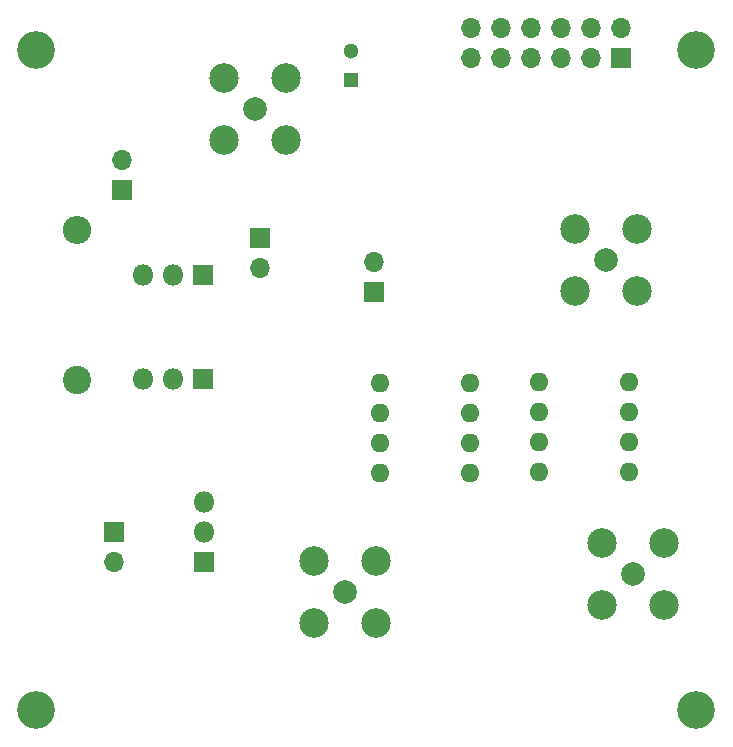
<source format=gbr>
G04 #@! TF.FileFunction,Soldermask,Bot*
%FSLAX46Y46*%
G04 Gerber Fmt 4.6, Leading zero omitted, Abs format (unit mm)*
G04 Created by KiCad (PCBNEW 4.0.6) date Friday, June 16, 2017 'PMt' 04:10:38 PM*
%MOMM*%
%LPD*%
G01*
G04 APERTURE LIST*
%ADD10C,0.100000*%
%ADD11C,3.200000*%
%ADD12R,1.300000X1.300000*%
%ADD13C,1.300000*%
%ADD14R,1.700000X1.700000*%
%ADD15O,1.700000X1.700000*%
%ADD16R,1.800000X1.800000*%
%ADD17O,1.800000X1.800000*%
%ADD18C,2.400000*%
%ADD19O,2.400000X2.400000*%
%ADD20O,1.600000X1.600000*%
%ADD21C,1.998980*%
%ADD22C,2.500000*%
G04 APERTURE END LIST*
D10*
D11*
X118110000Y-110490000D03*
X173990000Y-110490000D03*
X173990000Y-54610000D03*
D12*
X144780000Y-57150000D03*
D13*
X144780000Y-54650000D03*
D14*
X125349000Y-66421000D03*
D15*
X125349000Y-63881000D03*
D14*
X124714000Y-95377000D03*
D15*
X124714000Y-97917000D03*
D14*
X137033000Y-70485000D03*
D15*
X137033000Y-73025000D03*
D14*
X146685000Y-75057000D03*
D15*
X146685000Y-72517000D03*
D16*
X132207000Y-82423000D03*
D17*
X129667000Y-82423000D03*
X127127000Y-82423000D03*
D16*
X132207000Y-73660000D03*
D17*
X129667000Y-73660000D03*
X127127000Y-73660000D03*
D18*
X121539000Y-82550000D03*
D19*
X121539000Y-69850000D03*
D16*
X132334000Y-97917000D03*
D17*
X132334000Y-95377000D03*
X132334000Y-92837000D03*
D11*
X118110000Y-54610000D03*
D20*
X168260038Y-82721340D03*
X168260038Y-85261340D03*
X168260038Y-87801340D03*
X168260038Y-90341340D03*
X160640038Y-90341340D03*
X160640038Y-87801340D03*
X160640038Y-85261340D03*
X160640038Y-82721340D03*
X154813000Y-82804000D03*
X154813000Y-85344000D03*
X154813000Y-87884000D03*
X154813000Y-90424000D03*
X147193000Y-90424000D03*
X147193000Y-87884000D03*
X147193000Y-85344000D03*
X147193000Y-82804000D03*
D14*
X167640000Y-55245000D03*
D15*
X167640000Y-52705000D03*
X165100000Y-55245000D03*
X165100000Y-52705000D03*
X162560000Y-55245000D03*
X162560000Y-52705000D03*
X160020000Y-55245000D03*
X160020000Y-52705000D03*
X157480000Y-55245000D03*
X157480000Y-52705000D03*
X154940000Y-55245000D03*
X154940000Y-52705000D03*
D21*
X136652000Y-59563000D03*
D22*
X139277000Y-56938000D03*
X139277000Y-62188000D03*
X134027000Y-56938000D03*
X134027000Y-62188000D03*
D21*
X144272000Y-100457000D03*
D22*
X146897000Y-103082000D03*
X141647000Y-103082000D03*
X146897000Y-97832000D03*
X141647000Y-97832000D03*
D21*
X166370000Y-72390000D03*
D22*
X168995000Y-75015000D03*
X163745000Y-75015000D03*
X168995000Y-69765000D03*
X163745000Y-69765000D03*
D21*
X168656000Y-98933000D03*
D22*
X171281000Y-101558000D03*
X166031000Y-101558000D03*
X171281000Y-96308000D03*
X166031000Y-96308000D03*
M02*

</source>
